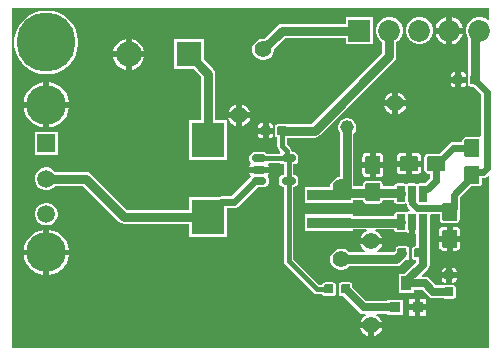
<source format=gbr>
%TF.GenerationSoftware,Altium Limited,Altium Designer,24.0.1 (36)*%
G04 Layer_Physical_Order=1*
G04 Layer_Color=255*
%FSLAX45Y45*%
%MOMM*%
%TF.SameCoordinates,8CF4B923-E39E-4099-A09F-CB558B098684*%
%TF.FilePolarity,Positive*%
%TF.FileFunction,Copper,L1,Top,Signal*%
%TF.Part,Single*%
G01*
G75*
%TA.AperFunction,SMDPad,CuDef*%
G04:AMPARAMS|DCode=10|XSize=0.762mm|YSize=0.762mm|CornerRadius=0.0381mm|HoleSize=0mm|Usage=FLASHONLY|Rotation=0.000|XOffset=0mm|YOffset=0mm|HoleType=Round|Shape=RoundedRectangle|*
%AMROUNDEDRECTD10*
21,1,0.76200,0.68580,0,0,0.0*
21,1,0.68580,0.76200,0,0,0.0*
1,1,0.07620,0.34290,-0.34290*
1,1,0.07620,-0.34290,-0.34290*
1,1,0.07620,-0.34290,0.34290*
1,1,0.07620,0.34290,0.34290*
%
%ADD10ROUNDEDRECTD10*%
G04:AMPARAMS|DCode=11|XSize=0.762mm|YSize=0.762mm|CornerRadius=0.0381mm|HoleSize=0mm|Usage=FLASHONLY|Rotation=90.000|XOffset=0mm|YOffset=0mm|HoleType=Round|Shape=RoundedRectangle|*
%AMROUNDEDRECTD11*
21,1,0.76200,0.68580,0,0,90.0*
21,1,0.68580,0.76200,0,0,90.0*
1,1,0.07620,0.34290,0.34290*
1,1,0.07620,0.34290,-0.34290*
1,1,0.07620,-0.34290,-0.34290*
1,1,0.07620,-0.34290,0.34290*
%
%ADD11ROUNDEDRECTD11*%
%ADD12R,0.91440X0.91440*%
%ADD13R,0.91440X1.27000*%
%ADD14R,3.70000X0.97000*%
G04:AMPARAMS|DCode=15|XSize=0.7mm|YSize=1.3mm|CornerRadius=0.0525mm|HoleSize=0mm|Usage=FLASHONLY|Rotation=180.000|XOffset=0mm|YOffset=0mm|HoleType=Round|Shape=RoundedRectangle|*
%AMROUNDEDRECTD15*
21,1,0.70000,1.19500,0,0,180.0*
21,1,0.59500,1.30000,0,0,180.0*
1,1,0.10500,-0.29750,0.59750*
1,1,0.10500,0.29750,0.59750*
1,1,0.10500,0.29750,-0.59750*
1,1,0.10500,-0.29750,-0.59750*
%
%ADD15ROUNDEDRECTD15*%
G04:AMPARAMS|DCode=16|XSize=1.524mm|YSize=1.27mm|CornerRadius=0.09525mm|HoleSize=0mm|Usage=FLASHONLY|Rotation=90.000|XOffset=0mm|YOffset=0mm|HoleType=Round|Shape=RoundedRectangle|*
%AMROUNDEDRECTD16*
21,1,1.52400,1.07950,0,0,90.0*
21,1,1.33350,1.27000,0,0,90.0*
1,1,0.19050,0.53975,0.66675*
1,1,0.19050,0.53975,-0.66675*
1,1,0.19050,-0.53975,-0.66675*
1,1,0.19050,-0.53975,0.66675*
%
%ADD16ROUNDEDRECTD16*%
G04:AMPARAMS|DCode=17|XSize=1.22mm|YSize=0.6mm|CornerRadius=0.15mm|HoleSize=0mm|Usage=FLASHONLY|Rotation=0.000|XOffset=0mm|YOffset=0mm|HoleType=Round|Shape=RoundedRectangle|*
%AMROUNDEDRECTD17*
21,1,1.22000,0.30000,0,0,0.0*
21,1,0.92000,0.60000,0,0,0.0*
1,1,0.30000,0.46000,-0.15000*
1,1,0.30000,-0.46000,-0.15000*
1,1,0.30000,-0.46000,0.15000*
1,1,0.30000,0.46000,0.15000*
%
%ADD17ROUNDEDRECTD17*%
%ADD18R,2.80000X3.00000*%
G04:AMPARAMS|DCode=19|XSize=1.524mm|YSize=1.27mm|CornerRadius=0.09525mm|HoleSize=0mm|Usage=FLASHONLY|Rotation=0.000|XOffset=0mm|YOffset=0mm|HoleType=Round|Shape=RoundedRectangle|*
%AMROUNDEDRECTD19*
21,1,1.52400,1.07950,0,0,0.0*
21,1,1.33350,1.27000,0,0,0.0*
1,1,0.19050,0.66675,-0.53975*
1,1,0.19050,-0.66675,-0.53975*
1,1,0.19050,-0.66675,0.53975*
1,1,0.19050,0.66675,0.53975*
%
%ADD19ROUNDEDRECTD19*%
%TA.AperFunction,Conductor*%
%ADD20C,0.75000*%
%ADD21C,0.40000*%
%ADD22C,0.70000*%
%ADD23C,0.60000*%
%ADD24C,0.50000*%
%TA.AperFunction,ComponentPad*%
%ADD25R,1.51500X1.51500*%
%ADD26C,1.51500*%
%ADD27C,3.36000*%
%ADD28C,1.85000*%
%ADD29R,1.85000X1.85000*%
%ADD30R,2.15000X2.15000*%
%ADD31C,2.15000*%
%ADD32C,5.00000*%
%TA.AperFunction,ViaPad*%
%ADD33C,1.40000*%
%ADD34C,1.15000*%
G36*
X4099374Y2842319D02*
X4087641Y2837459D01*
X4085077Y2840023D01*
X4059423Y2854833D01*
X4030811Y2862500D01*
X4001189D01*
X3972577Y2854833D01*
X3946924Y2840023D01*
X3925978Y2819077D01*
X3911167Y2793423D01*
X3903500Y2764811D01*
Y2735189D01*
X3911167Y2706577D01*
X3920410Y2690566D01*
X3918599Y2681460D01*
Y2335201D01*
X3918659Y2334898D01*
Y2300911D01*
X3920507Y2291621D01*
X3925770Y2283745D01*
X3933645Y2278482D01*
X3942935Y2276634D01*
X3963696D01*
X4029521Y2210809D01*
Y1859964D01*
X4016821Y1851708D01*
X4010906Y1852884D01*
X3902956D01*
X3891436Y1850593D01*
X3881670Y1844067D01*
X3875144Y1834301D01*
X3872853Y1822781D01*
Y1807086D01*
X3791831D01*
X3772322Y1803205D01*
X3755783Y1792154D01*
X3671708Y1708079D01*
X3580350D01*
X3568831Y1705787D01*
X3559064Y1699262D01*
X3552539Y1689495D01*
X3550247Y1677976D01*
Y1570026D01*
X3552539Y1558506D01*
X3559064Y1548739D01*
X3568831Y1542214D01*
X3580350Y1539922D01*
X3596046D01*
Y1499317D01*
X3552709Y1455980D01*
X3543826D01*
X3541387Y1455495D01*
X3509075D01*
X3499223Y1453536D01*
X3491326Y1448258D01*
X3483428Y1453536D01*
X3473575Y1455495D01*
X3414075D01*
X3404223Y1453536D01*
X3396325Y1448258D01*
X3388428Y1453536D01*
X3378575Y1455495D01*
X3319075D01*
X3309223Y1453536D01*
X3300871Y1447955D01*
X3295290Y1439603D01*
X3294370Y1434977D01*
X3197704D01*
Y1449376D01*
X3195412Y1460895D01*
X3188887Y1470662D01*
X3179120Y1477187D01*
X3167600Y1479479D01*
X3059650D01*
X3048131Y1477187D01*
X3038364Y1470662D01*
X3031839Y1460895D01*
X3029547Y1449376D01*
Y1430477D01*
X2949787D01*
Y1874985D01*
X2957615Y1882814D01*
X2967819Y1900486D01*
X2973100Y1920197D01*
Y1940603D01*
X2967819Y1960314D01*
X2957615Y1977986D01*
X2943186Y1992415D01*
X2925514Y2002619D01*
X2905803Y2007900D01*
X2885397D01*
X2865686Y2002619D01*
X2848014Y1992415D01*
X2833585Y1977986D01*
X2823381Y1960314D01*
X2818100Y1940603D01*
Y1920197D01*
X2823381Y1900486D01*
X2832534Y1884634D01*
Y1512288D01*
X2810061Y1506266D01*
X2789539Y1494418D01*
X2772782Y1477661D01*
X2760934Y1457139D01*
X2754800Y1434249D01*
Y1429501D01*
X2538660D01*
Y1292501D01*
X2948660D01*
Y1313224D01*
X3030104D01*
X3031839Y1304506D01*
X3038364Y1294739D01*
X3048131Y1288214D01*
X3059650Y1285922D01*
X3167600D01*
X3179120Y1288214D01*
X3188887Y1294739D01*
X3195412Y1304506D01*
X3197704Y1316026D01*
Y1317724D01*
X3293331D01*
Y1310251D01*
X3295290Y1300398D01*
X3300871Y1292046D01*
X3309223Y1286466D01*
X3319075Y1284506D01*
X3378575D01*
X3385741Y1285931D01*
X3388690Y1286281D01*
X3399581Y1278644D01*
X3401727Y1267858D01*
X3412778Y1251319D01*
X3431771Y1232326D01*
X3426911Y1220593D01*
X3414075D01*
X3402273Y1218245D01*
X3392267Y1211560D01*
X3391587Y1211424D01*
X3388428Y1213536D01*
X3378575Y1215495D01*
X3319075D01*
X3309223Y1213536D01*
X3300871Y1207955D01*
X3295290Y1199603D01*
X3293331Y1189750D01*
Y1183627D01*
X2948660D01*
Y1193501D01*
X2538660D01*
Y1056501D01*
X2948660D01*
Y1066374D01*
X3060267D01*
X3062131Y1053726D01*
X3040469Y1041219D01*
X3022781Y1023531D01*
X3010274Y1001868D01*
X3007148Y990200D01*
X3190452D01*
X3187326Y1001868D01*
X3174819Y1023531D01*
X3157131Y1041219D01*
X3135469Y1053726D01*
X3137333Y1066374D01*
X3294102D01*
X3295290Y1060398D01*
X3300871Y1052046D01*
X3309223Y1046466D01*
X3319075Y1044506D01*
X3378575D01*
X3388428Y1046466D01*
X3391587Y1048577D01*
X3392267Y1048441D01*
X3402273Y1041756D01*
X3414075Y1039408D01*
X3418826D01*
Y1130001D01*
X3468825D01*
Y1039408D01*
X3473575D01*
X3482748Y1031880D01*
Y922166D01*
X3470395D01*
X3461105Y920318D01*
X3453230Y915056D01*
X3447967Y907180D01*
X3446119Y897890D01*
Y829310D01*
X3447967Y820020D01*
X3453230Y812144D01*
X3461105Y806882D01*
X3470395Y805034D01*
X3482748D01*
Y790913D01*
X3384935Y693100D01*
X3332800D01*
Y526100D01*
X3464240D01*
Y553523D01*
X3532772D01*
X3586197Y500097D01*
X3604390Y487941D01*
X3625850Y483673D01*
X3714661D01*
X3715620Y483032D01*
X3724910Y481184D01*
X3793490D01*
X3802780Y483032D01*
X3810656Y488294D01*
X3815918Y496170D01*
X3817766Y505460D01*
Y574040D01*
X3815918Y583330D01*
X3810656Y591206D01*
X3802780Y596468D01*
X3793490Y598316D01*
X3724910D01*
X3715620Y596468D01*
X3714661Y595827D01*
X3649078D01*
X3595653Y649253D01*
X3577460Y661409D01*
X3556000Y665677D01*
X3532716D01*
X3527856Y677411D01*
X3578478Y728033D01*
X3590634Y746226D01*
X3594903Y767685D01*
Y1130001D01*
X3594320Y1132930D01*
Y1189750D01*
X3604983Y1201240D01*
X3679712D01*
Y1150926D01*
X3682004Y1139406D01*
X3688530Y1129639D01*
X3698296Y1123114D01*
X3709816Y1120822D01*
X3817766D01*
X3829286Y1123114D01*
X3839052Y1129639D01*
X3845578Y1139406D01*
X3847869Y1150926D01*
Y1249083D01*
X3848270Y1251101D01*
Y1334050D01*
X3944948Y1430728D01*
X4010906D01*
X4022426Y1433019D01*
X4032192Y1439545D01*
X4038718Y1449311D01*
X4041009Y1460831D01*
Y1498420D01*
X4045353D01*
X4064862Y1502301D01*
X4081401Y1513352D01*
X4087641Y1519592D01*
X4099374Y1514731D01*
Y750000D01*
Y58627D01*
X58627D01*
Y2941374D01*
X4099374D01*
Y2842319D01*
D02*
G37*
%LPC*%
G36*
X3787000Y2864946D02*
Y2775000D01*
X3876946D01*
X3871493Y2795353D01*
X3856024Y2822147D01*
X3834147Y2844024D01*
X3807353Y2859493D01*
X3787000Y2864946D01*
D02*
G37*
G36*
X3737000D02*
X3716647Y2859493D01*
X3689853Y2844024D01*
X3667977Y2822147D01*
X3652508Y2795353D01*
X3647054Y2775000D01*
X3737000D01*
Y2864946D01*
D02*
G37*
G36*
X3522811Y2862500D02*
X3493189D01*
X3464577Y2854833D01*
X3438924Y2840023D01*
X3417978Y2819077D01*
X3403167Y2793423D01*
X3395500Y2764811D01*
Y2735189D01*
X3403167Y2706577D01*
X3417978Y2680924D01*
X3438924Y2659978D01*
X3464577Y2645167D01*
X3493189Y2637500D01*
X3522811D01*
X3551423Y2645167D01*
X3577077Y2659978D01*
X3598023Y2680924D01*
X3612833Y2706577D01*
X3620500Y2735189D01*
Y2764811D01*
X3612833Y2793423D01*
X3598023Y2819077D01*
X3577077Y2840023D01*
X3551423Y2854833D01*
X3522811Y2862500D01*
D02*
G37*
G36*
X3112500D02*
X2887500D01*
Y2808627D01*
X2343600D01*
X2321165Y2804164D01*
X2302145Y2791455D01*
X2191490Y2680800D01*
X2172551D01*
X2149661Y2674666D01*
X2129139Y2662818D01*
X2112382Y2646061D01*
X2100534Y2625539D01*
X2094400Y2602649D01*
Y2578951D01*
X2100534Y2556061D01*
X2112382Y2535539D01*
X2129139Y2518782D01*
X2149661Y2506934D01*
X2172551Y2500800D01*
X2196249D01*
X2219139Y2506934D01*
X2239661Y2518782D01*
X2256418Y2535539D01*
X2268266Y2556061D01*
X2274400Y2578951D01*
Y2597890D01*
X2367884Y2691374D01*
X2887500D01*
Y2637500D01*
X3112500D01*
Y2862500D01*
D02*
G37*
G36*
X3876946Y2725000D02*
X3787000D01*
Y2635054D01*
X3807353Y2640508D01*
X3834147Y2655977D01*
X3856024Y2677853D01*
X3871493Y2704647D01*
X3876946Y2725000D01*
D02*
G37*
G36*
X3737000D02*
X3647054D01*
X3652508Y2704647D01*
X3667977Y2677853D01*
X3689853Y2655977D01*
X3716647Y2640508D01*
X3737000Y2635054D01*
Y2725000D01*
D02*
G37*
G36*
X1071000Y2680475D02*
Y2575000D01*
X1176475D01*
X1169470Y2601143D01*
X1152026Y2631357D01*
X1127357Y2656026D01*
X1097143Y2673470D01*
X1071000Y2680475D01*
D02*
G37*
G36*
X1021000D02*
X994857Y2673470D01*
X964643Y2656026D01*
X939974Y2631357D01*
X922530Y2601143D01*
X915525Y2575000D01*
X1021000D01*
Y2680475D01*
D02*
G37*
G36*
X1176475Y2525000D02*
X1071000D01*
Y2419525D01*
X1097143Y2426530D01*
X1127357Y2443974D01*
X1152026Y2468643D01*
X1169470Y2498857D01*
X1176475Y2525000D01*
D02*
G37*
G36*
X1021000D02*
X915525D01*
X922530Y2498857D01*
X939974Y2468643D01*
X964643Y2443974D01*
X994857Y2426530D01*
X1021000Y2419525D01*
Y2525000D01*
D02*
G37*
G36*
X371249Y2920000D02*
X328751D01*
X286775Y2913352D01*
X246356Y2900219D01*
X208489Y2880925D01*
X174107Y2855945D01*
X144056Y2825893D01*
X119075Y2791511D01*
X99781Y2753644D01*
X86648Y2713225D01*
X80000Y2671249D01*
Y2628751D01*
X86648Y2586775D01*
X99781Y2546356D01*
X119075Y2508489D01*
X144056Y2474107D01*
X174107Y2444056D01*
X208489Y2419075D01*
X246356Y2399781D01*
X286775Y2386648D01*
X328751Y2380000D01*
X371249D01*
X413225Y2386648D01*
X453644Y2399781D01*
X491511Y2419075D01*
X525893Y2444056D01*
X555945Y2474107D01*
X580925Y2508489D01*
X600219Y2546356D01*
X613352Y2586775D01*
X620000Y2628751D01*
Y2671249D01*
X613352Y2713225D01*
X600219Y2753644D01*
X580925Y2791511D01*
X555945Y2825893D01*
X525893Y2855945D01*
X491511Y2880925D01*
X453644Y2900219D01*
X413225Y2913352D01*
X371249Y2920000D01*
D02*
G37*
G36*
X3871815Y2398865D02*
X3862525D01*
Y2360201D01*
X3901190D01*
Y2369491D01*
X3898954Y2380732D01*
X3892586Y2390261D01*
X3883056Y2396629D01*
X3871815Y2398865D01*
D02*
G37*
G36*
X3812526D02*
X3803235D01*
X3791994Y2396629D01*
X3782465Y2390261D01*
X3776097Y2380732D01*
X3773861Y2369491D01*
Y2360201D01*
X3812526D01*
Y2398865D01*
D02*
G37*
G36*
X3901190Y2310201D02*
X3862525D01*
Y2271536D01*
X3871815D01*
X3883056Y2273772D01*
X3892586Y2280140D01*
X3898954Y2289670D01*
X3901190Y2300911D01*
Y2310201D01*
D02*
G37*
G36*
X3812526D02*
X3773861D01*
Y2300911D01*
X3776097Y2289670D01*
X3782465Y2280140D01*
X3791994Y2273772D01*
X3803235Y2271536D01*
X3812526D01*
Y2310201D01*
D02*
G37*
G36*
X3327000Y2225252D02*
Y2158600D01*
X3393652D01*
X3390526Y2170268D01*
X3378019Y2191931D01*
X3360331Y2209619D01*
X3338668Y2222126D01*
X3327000Y2225252D01*
D02*
G37*
G36*
X3277000D02*
X3265332Y2222126D01*
X3243669Y2209619D01*
X3225981Y2191931D01*
X3213474Y2170268D01*
X3210348Y2158600D01*
X3277000D01*
Y2225252D01*
D02*
G37*
G36*
X375000Y2313223D02*
Y2146415D01*
X541808D01*
X535583Y2177711D01*
X521035Y2212835D01*
X499913Y2244445D01*
X473030Y2271328D01*
X441420Y2292449D01*
X406296Y2306998D01*
X375000Y2313223D01*
D02*
G37*
G36*
X325000Y2313223D02*
X293704Y2306998D01*
X258580Y2292449D01*
X226970Y2271328D01*
X200087Y2244445D01*
X178966Y2212835D01*
X164417Y2177711D01*
X158192Y2146415D01*
X325000D01*
Y2313223D01*
D02*
G37*
G36*
X2006200Y2123652D02*
Y2057000D01*
X2072852D01*
X2069726Y2068668D01*
X2057219Y2090331D01*
X2039531Y2108019D01*
X2017868Y2120526D01*
X2006200Y2123652D01*
D02*
G37*
G36*
X1956200D02*
X1944532Y2120526D01*
X1922869Y2108019D01*
X1905181Y2090331D01*
X1892674Y2068668D01*
X1889548Y2057000D01*
X1956200D01*
Y2123652D01*
D02*
G37*
G36*
X3393652Y2108600D02*
X3327000D01*
Y2041948D01*
X3338668Y2045074D01*
X3360331Y2057581D01*
X3378019Y2075269D01*
X3390526Y2096932D01*
X3393652Y2108600D01*
D02*
G37*
G36*
X3277000D02*
X3210348D01*
X3213474Y2096932D01*
X3225981Y2075269D01*
X3243669Y2057581D01*
X3265332Y2045074D01*
X3277000Y2041948D01*
Y2108600D01*
D02*
G37*
G36*
X2072852Y2007000D02*
X2006200D01*
Y1940348D01*
X2017868Y1943474D01*
X2039531Y1955981D01*
X2057219Y1973669D01*
X2069726Y1995332D01*
X2072852Y2007000D01*
D02*
G37*
G36*
X1956200D02*
X1889548D01*
X1892674Y1995332D01*
X1905181Y1973669D01*
X1922869Y1955981D01*
X1944532Y1943474D01*
X1956200Y1940348D01*
Y2007000D01*
D02*
G37*
G36*
X325000Y2096415D02*
X158192D01*
X164417Y2065119D01*
X178966Y2029995D01*
X200087Y1998385D01*
X226970Y1971502D01*
X258580Y1950380D01*
X293704Y1935832D01*
X325000Y1929607D01*
Y2096415D01*
D02*
G37*
G36*
X541808D02*
X375000D01*
Y1929607D01*
X406296Y1935832D01*
X441420Y1950380D01*
X473030Y1971502D01*
X499913Y1998385D01*
X521035Y2029995D01*
X535583Y2065119D01*
X541808Y2096415D01*
D02*
G37*
G36*
X2239865Y1967065D02*
X2230575D01*
Y1928401D01*
X2269240D01*
Y1937691D01*
X2267004Y1948932D01*
X2260636Y1958461D01*
X2251106Y1964829D01*
X2239865Y1967065D01*
D02*
G37*
G36*
X2180576D02*
X2171285D01*
X2160044Y1964829D01*
X2150515Y1958461D01*
X2144147Y1948932D01*
X2141911Y1937691D01*
Y1928401D01*
X2180576D01*
Y1967065D01*
D02*
G37*
G36*
X2269240Y1878401D02*
X2230575D01*
Y1839736D01*
X2239865D01*
X2251106Y1841972D01*
X2260636Y1848340D01*
X2267004Y1857870D01*
X2269240Y1869111D01*
Y1878401D01*
D02*
G37*
G36*
X2180576D02*
X2141911D01*
Y1869111D01*
X2144147Y1857870D01*
X2150515Y1848340D01*
X2160044Y1841972D01*
X2171285Y1839736D01*
X2180576D01*
Y1878401D01*
D02*
G37*
G36*
X3268811Y2862500D02*
X3239189D01*
X3210577Y2854833D01*
X3184924Y2840023D01*
X3163978Y2819077D01*
X3149167Y2793423D01*
X3141500Y2764811D01*
Y2735189D01*
X3149167Y2706577D01*
X3163978Y2680924D01*
X3184924Y2659978D01*
X3195374Y2653944D01*
Y2560218D01*
X2597183Y1962027D01*
X2345275D01*
X2344973Y1961967D01*
X2310985D01*
X2301695Y1960119D01*
X2293820Y1954856D01*
X2288557Y1946981D01*
X2286709Y1937691D01*
Y1903703D01*
X2286649Y1903401D01*
X2286709Y1903098D01*
Y1869111D01*
X2288557Y1859821D01*
X2293820Y1851945D01*
X2301695Y1846682D01*
X2304492Y1846126D01*
Y1769526D01*
X2304492Y1769525D01*
X2307596Y1753917D01*
X2316437Y1740686D01*
X2331523Y1725600D01*
X2329913Y1709250D01*
X2329515Y1708984D01*
X2221336D01*
X2210582Y1716170D01*
X2196926Y1718886D01*
X2104926D01*
X2091269Y1716170D01*
X2079692Y1708434D01*
X2071956Y1696857D01*
X2069240Y1683201D01*
Y1653201D01*
X2071956Y1639544D01*
X2079692Y1627967D01*
X2075192Y1615699D01*
X2067247Y1603808D01*
X2066131Y1598201D01*
X2235720D01*
X2234605Y1603808D01*
X2227315Y1614717D01*
X2230000Y1623164D01*
X2232941Y1627417D01*
X2329515D01*
X2340269Y1620231D01*
X2353925Y1617515D01*
X2359142D01*
Y1528886D01*
X2353925D01*
X2340269Y1526170D01*
X2328692Y1518434D01*
X2320956Y1506857D01*
X2318240Y1493200D01*
Y1463201D01*
X2320956Y1449544D01*
X2328692Y1437967D01*
X2340269Y1430231D01*
X2353925Y1427515D01*
X2359142D01*
Y800476D01*
X2359142Y800475D01*
X2362246Y784867D01*
X2371087Y771636D01*
X2612761Y529962D01*
X2612762Y529962D01*
X2625993Y521121D01*
X2641600Y518016D01*
X2641601Y518016D01*
X2685925D01*
X2686482Y515220D01*
X2691744Y507344D01*
X2699620Y502082D01*
X2708910Y500234D01*
X2777490D01*
X2786780Y502082D01*
X2794656Y507344D01*
X2799918Y515220D01*
X2801766Y524510D01*
Y593090D01*
X2799918Y602380D01*
X2794656Y610256D01*
X2786780Y615518D01*
X2777490Y617366D01*
X2708910D01*
X2699620Y615518D01*
X2691744Y610256D01*
X2686482Y602380D01*
X2685925Y599584D01*
X2658493D01*
X2440709Y817368D01*
Y1427515D01*
X2445925D01*
X2459582Y1430231D01*
X2471159Y1437967D01*
X2478894Y1449544D01*
X2481611Y1463201D01*
Y1493200D01*
X2478894Y1506857D01*
X2471159Y1518434D01*
X2459582Y1526170D01*
X2445925Y1528886D01*
X2440709D01*
Y1617515D01*
X2445925D01*
X2459582Y1620231D01*
X2471159Y1627967D01*
X2478894Y1639544D01*
X2481611Y1653201D01*
Y1683201D01*
X2478894Y1696857D01*
X2471159Y1708434D01*
X2459582Y1716170D01*
X2445925Y1718886D01*
X2428384D01*
Y1727200D01*
X2425279Y1742807D01*
X2416438Y1756038D01*
X2416438Y1756039D01*
X2386059Y1786418D01*
Y1844774D01*
X2621466D01*
X2643902Y1849237D01*
X2662922Y1861945D01*
X3295455Y2494479D01*
X3308164Y2513499D01*
X3312627Y2535934D01*
Y2653944D01*
X3323077Y2659978D01*
X3344023Y2680924D01*
X3358833Y2706577D01*
X3366500Y2735189D01*
Y2764811D01*
X3358833Y2793423D01*
X3344023Y2819077D01*
X3323077Y2840023D01*
X3297423Y2854833D01*
X3268811Y2862500D01*
D02*
G37*
G36*
X445750Y1892165D02*
X254250D01*
Y1700665D01*
X445750D01*
Y1892165D01*
D02*
G37*
G36*
X1681500Y2677500D02*
X1426500D01*
Y2422500D01*
X1598589D01*
X1661374Y2359716D01*
Y1995000D01*
X1560000D01*
Y1655000D01*
X1880000D01*
Y1995000D01*
X1778627D01*
Y2384000D01*
X1774164Y2406435D01*
X1761455Y2425455D01*
X1681500Y2505411D01*
Y2677500D01*
D02*
G37*
G36*
X3485100Y1713177D02*
X3443425D01*
Y1649001D01*
X3520302D01*
Y1677976D01*
X3517622Y1691446D01*
X3509992Y1702867D01*
X3498571Y1710497D01*
X3485100Y1713177D01*
D02*
G37*
G36*
X3393426D02*
X3351750D01*
X3338280Y1710497D01*
X3326859Y1702867D01*
X3319229Y1691446D01*
X3316549Y1677976D01*
Y1649001D01*
X3393426D01*
Y1713177D01*
D02*
G37*
G36*
X3167600D02*
X3138625D01*
Y1636301D01*
X3202802D01*
Y1677976D01*
X3200122Y1691446D01*
X3192492Y1702867D01*
X3181071Y1710497D01*
X3167600Y1713177D01*
D02*
G37*
G36*
X3088626D02*
X3059650D01*
X3046180Y1710497D01*
X3034759Y1702867D01*
X3027129Y1691446D01*
X3024449Y1677976D01*
Y1636301D01*
X3088626D01*
Y1713177D01*
D02*
G37*
G36*
X3520302Y1599001D02*
X3443425D01*
Y1534824D01*
X3485100D01*
X3498571Y1537504D01*
X3509992Y1545134D01*
X3517622Y1556555D01*
X3520302Y1570026D01*
Y1599001D01*
D02*
G37*
G36*
X3393426D02*
X3316549D01*
Y1570026D01*
X3319229Y1556555D01*
X3326859Y1545134D01*
X3338280Y1537504D01*
X3351750Y1534824D01*
X3393426D01*
Y1599001D01*
D02*
G37*
G36*
X3202802Y1586301D02*
X3138625D01*
Y1509424D01*
X3167600D01*
X3181071Y1512104D01*
X3192492Y1519734D01*
X3200122Y1531155D01*
X3202802Y1544626D01*
Y1586301D01*
D02*
G37*
G36*
X3088626D02*
X3024449D01*
Y1544626D01*
X3027129Y1531155D01*
X3034759Y1519734D01*
X3046180Y1512104D01*
X3059650Y1509424D01*
X3088626D01*
Y1586301D01*
D02*
G37*
G36*
X362606Y1292165D02*
X337394D01*
X313042Y1285639D01*
X291208Y1273034D01*
X273381Y1255207D01*
X260775Y1233373D01*
X254250Y1209020D01*
Y1183809D01*
X260775Y1159457D01*
X273381Y1137623D01*
X291208Y1119796D01*
X313042Y1107190D01*
X337394Y1100665D01*
X362606D01*
X386958Y1107190D01*
X408792Y1119796D01*
X426619Y1137623D01*
X439225Y1159457D01*
X445750Y1183809D01*
Y1209020D01*
X439225Y1233373D01*
X426619Y1255207D01*
X408792Y1273034D01*
X386958Y1285639D01*
X362606Y1292165D01*
D02*
G37*
G36*
X3817766Y1090877D02*
X3788791D01*
Y1014001D01*
X3852967D01*
Y1055676D01*
X3850288Y1069146D01*
X3842657Y1080567D01*
X3831237Y1088197D01*
X3817766Y1090877D01*
D02*
G37*
G36*
X3738791D02*
X3709816D01*
X3696345Y1088197D01*
X3684925Y1080567D01*
X3677294Y1069146D01*
X3674614Y1055676D01*
Y1014001D01*
X3738791D01*
Y1090877D01*
D02*
G37*
G36*
X362606Y1592165D02*
X337394D01*
X313042Y1585639D01*
X291208Y1573034D01*
X273381Y1555207D01*
X260775Y1533373D01*
X254250Y1509021D01*
Y1483809D01*
X260775Y1459457D01*
X273381Y1437623D01*
X291208Y1419796D01*
X313042Y1407190D01*
X337394Y1400665D01*
X362606D01*
X386958Y1407190D01*
X408792Y1419796D01*
X426619Y1437623D01*
X426715Y1437788D01*
X663701D01*
X967945Y1133545D01*
X986965Y1120836D01*
X1009400Y1116373D01*
X1560000D01*
Y1005000D01*
X1880000D01*
Y1244020D01*
X1936725D01*
X1956234Y1247901D01*
X1972773Y1258952D01*
X2141042Y1427221D01*
X2150926D01*
X2152403Y1427515D01*
X2196926D01*
X2210582Y1430231D01*
X2222159Y1437967D01*
X2229895Y1449544D01*
X2232611Y1463201D01*
Y1493200D01*
X2229895Y1506857D01*
X2222159Y1518434D01*
X2226659Y1530702D01*
X2234605Y1542593D01*
X2235720Y1548201D01*
X2066131D01*
X2067247Y1542593D01*
X2075192Y1530702D01*
X2079692Y1518434D01*
X2071956Y1506857D01*
X2070832Y1501203D01*
X1915609Y1345980D01*
X1830000D01*
X1825075Y1345000D01*
X1560000D01*
Y1233626D01*
X1033684D01*
X729440Y1537870D01*
X710420Y1550579D01*
X687985Y1555041D01*
X426715D01*
X426619Y1555207D01*
X408792Y1573034D01*
X386958Y1585639D01*
X362606Y1592165D01*
D02*
G37*
G36*
X375000Y1063223D02*
Y896415D01*
X541808D01*
X535583Y927711D01*
X521035Y962834D01*
X499913Y994445D01*
X473030Y1021328D01*
X441420Y1042449D01*
X406296Y1056998D01*
X375000Y1063223D01*
D02*
G37*
G36*
X325000D02*
X293704Y1056998D01*
X258580Y1042449D01*
X226970Y1021328D01*
X200087Y994445D01*
X178966Y962834D01*
X164417Y927711D01*
X158192Y896415D01*
X325000D01*
Y1063223D01*
D02*
G37*
G36*
X3852967Y964001D02*
X3788791D01*
Y887124D01*
X3817766D01*
X3831237Y889804D01*
X3842657Y897434D01*
X3850288Y908855D01*
X3852967Y922326D01*
Y964001D01*
D02*
G37*
G36*
X3738791D02*
X3674614D01*
Y922326D01*
X3677294Y908855D01*
X3684925Y897434D01*
X3696345Y889804D01*
X3709816Y887124D01*
X3738791D01*
Y964001D01*
D02*
G37*
G36*
X3190452Y940200D02*
X3007148D01*
X3010274Y928532D01*
X3022781Y906869D01*
X3040469Y889181D01*
X3049224Y884127D01*
X3045821Y871427D01*
X2913452D01*
X2900061Y884818D01*
X2879539Y896666D01*
X2856649Y902800D01*
X2832951D01*
X2810061Y896666D01*
X2789539Y884818D01*
X2772782Y868061D01*
X2760934Y847539D01*
X2754800Y824649D01*
Y800951D01*
X2760934Y778061D01*
X2772782Y757539D01*
X2789539Y740782D01*
X2810061Y728934D01*
X2832951Y722800D01*
X2856649D01*
X2879539Y728934D01*
X2900061Y740782D01*
X2913452Y754173D01*
X3314185D01*
X3336621Y758636D01*
X3355640Y771345D01*
X3389330Y805034D01*
X3399275D01*
X3408565Y806882D01*
X3416441Y812144D01*
X3421704Y820020D01*
X3423552Y829310D01*
Y863297D01*
X3423612Y863600D01*
X3423552Y863903D01*
Y897890D01*
X3421704Y907180D01*
X3416441Y915056D01*
X3408565Y920318D01*
X3399275Y922166D01*
X3365288D01*
X3364985Y922227D01*
X3364683Y922166D01*
X3330695D01*
X3321405Y920318D01*
X3313530Y915056D01*
X3308267Y907180D01*
X3306419Y897890D01*
Y887944D01*
X3289902Y871427D01*
X3151779D01*
X3148376Y884127D01*
X3157131Y889181D01*
X3174819Y906869D01*
X3187326Y928532D01*
X3190452Y940200D01*
D02*
G37*
G36*
X3793490Y743114D02*
X3784200D01*
Y704450D01*
X3822864D01*
Y713740D01*
X3820628Y724981D01*
X3814261Y734511D01*
X3804731Y740878D01*
X3793490Y743114D01*
D02*
G37*
G36*
X3734200D02*
X3724910D01*
X3713669Y740878D01*
X3704139Y734511D01*
X3697772Y724981D01*
X3695536Y713740D01*
Y704450D01*
X3734200D01*
Y743114D01*
D02*
G37*
G36*
X541808Y846415D02*
X375000D01*
Y679607D01*
X406296Y685832D01*
X441420Y700380D01*
X473030Y721502D01*
X499913Y748385D01*
X521035Y779995D01*
X535583Y815119D01*
X541808Y846415D01*
D02*
G37*
G36*
X325000D02*
X158192D01*
X164417Y815119D01*
X178966Y779995D01*
X200087Y748385D01*
X226970Y721502D01*
X258580Y700380D01*
X293704Y685832D01*
X325000Y679607D01*
Y846415D01*
D02*
G37*
G36*
X3822864Y654450D02*
X3784200D01*
Y615786D01*
X3793490D01*
X3804731Y618022D01*
X3814261Y624389D01*
X3820628Y633919D01*
X3822864Y645160D01*
Y654450D01*
D02*
G37*
G36*
X3734200D02*
X3695536D01*
Y645160D01*
X3697772Y633919D01*
X3704139Y624389D01*
X3713669Y618022D01*
X3724910Y615786D01*
X3734200D01*
Y654450D01*
D02*
G37*
G36*
X3563220Y477120D02*
X3517500D01*
Y431400D01*
X3563220D01*
Y477120D01*
D02*
G37*
G36*
X3467500D02*
X3421780D01*
Y431400D01*
X3467500D01*
Y477120D01*
D02*
G37*
G36*
X2917190Y617366D02*
X2848610D01*
X2839320Y615518D01*
X2831444Y610256D01*
X2826182Y602380D01*
X2824334Y593090D01*
Y524510D01*
X2826182Y515220D01*
X2831444Y507344D01*
X2839320Y502082D01*
X2848610Y500234D01*
X2862161D01*
X2995647Y366747D01*
X3013840Y354591D01*
X3035300Y350323D01*
X3050236D01*
X3053639Y337623D01*
X3040469Y330019D01*
X3022781Y312331D01*
X3010274Y290668D01*
X3007148Y279000D01*
X3190452D01*
X3187326Y290668D01*
X3174819Y312331D01*
X3157131Y330019D01*
X3143961Y337623D01*
X3147364Y350323D01*
X3236280D01*
Y340680D01*
X3367720D01*
Y472120D01*
X3236280D01*
Y462477D01*
X3058528D01*
X2941466Y579539D01*
Y593090D01*
X2939618Y602380D01*
X2934356Y610256D01*
X2926480Y615518D01*
X2917190Y617366D01*
D02*
G37*
G36*
X3563220Y381400D02*
X3517500D01*
Y335680D01*
X3563220D01*
Y381400D01*
D02*
G37*
G36*
X3467500D02*
X3421780D01*
Y335680D01*
X3467500D01*
Y381400D01*
D02*
G37*
G36*
X3190452Y229000D02*
X3123800D01*
Y162348D01*
X3135468Y165474D01*
X3157131Y177981D01*
X3174819Y195669D01*
X3187326Y217332D01*
X3190452Y229000D01*
D02*
G37*
G36*
X3073800D02*
X3007148D01*
X3010274Y217332D01*
X3022781Y195669D01*
X3040469Y177981D01*
X3062132Y165474D01*
X3073800Y162348D01*
Y229000D01*
D02*
G37*
%LPD*%
D10*
X2743200Y558800D02*
D03*
X2882900D02*
D03*
X3364985Y863600D02*
D03*
X3504685D02*
D03*
X3837525Y2335201D02*
D03*
X3977225D02*
D03*
X2205575Y1903401D02*
D03*
X2345275D02*
D03*
D11*
X3759200Y679450D02*
D03*
Y539750D02*
D03*
D12*
X3302000Y406400D02*
D03*
X3492500D02*
D03*
D13*
X3398520Y609600D02*
D03*
D14*
X2743660Y1361001D02*
D03*
Y1125001D02*
D03*
D15*
X3348825Y1370001D02*
D03*
X3538825D02*
D03*
Y1130001D02*
D03*
X3443825D02*
D03*
X3348825D02*
D03*
X3443825Y1370001D02*
D03*
D16*
X3113625Y1611301D02*
D03*
Y1382701D02*
D03*
X3763791Y989001D02*
D03*
Y1217601D02*
D03*
X3956931Y1527506D02*
D03*
Y1756106D02*
D03*
D17*
X2399925Y1668201D02*
D03*
Y1478200D02*
D03*
X2150926D02*
D03*
Y1573201D02*
D03*
Y1668201D02*
D03*
D18*
X1720000Y1175000D02*
D03*
Y1825000D02*
D03*
D19*
X3418425Y1624001D02*
D03*
X3647025D02*
D03*
D20*
X3314185Y812800D02*
X3364985Y863600D01*
X2844800Y812800D02*
X3314185D01*
X2891160Y1371851D02*
X3102776D01*
X2891160Y1422400D02*
Y1925960D01*
X2844800Y1422400D02*
X2891160D01*
Y1925960D02*
X2895600Y1930400D01*
X2184400Y2590800D02*
X2343600Y2750000D01*
X3000000D01*
X2345275Y1903401D02*
X2621466D01*
X1009400Y1175000D02*
X1720000D01*
X350000Y1496415D02*
X687985D01*
X1009400Y1175000D01*
X2743660Y1125001D02*
X3346326D01*
X3348825Y1127500D01*
Y1130001D01*
X3107275Y1376351D02*
X3346326D01*
X3348825Y1373851D01*
Y1370001D02*
Y1373851D01*
X3102776Y1371851D02*
X3107275Y1376351D01*
X4016000Y2720234D02*
Y2750000D01*
X3977225Y2335201D02*
Y2681460D01*
X4016000Y2720234D01*
X3254000Y2535934D02*
Y2750000D01*
X2621466Y1903401D02*
X3254000Y2535934D01*
X1554000Y2550000D02*
X1720000Y2384000D01*
Y1825000D02*
Y2384000D01*
D21*
X2641600Y558800D02*
X2743200D01*
X2399925Y800475D02*
X2641600Y558800D01*
X2399925Y800475D02*
Y1478200D01*
X2150926Y1668201D02*
X2397600D01*
X2345275Y1769525D02*
Y1903401D01*
Y1769525D02*
X2387600Y1727200D01*
X2397600Y1668201D02*
X2399925D01*
X2387600Y1678201D02*
X2397600Y1668201D01*
X2387600Y1678201D02*
Y1727200D01*
X2399925Y1478200D02*
Y1668201D01*
D22*
X3035300Y406400D02*
X3302000D01*
X2882900Y558800D02*
X3035300Y406400D01*
X3398520Y609600D02*
X3556000D01*
X3625850Y539750D02*
X3759200D01*
X3556000Y609600D02*
X3625850Y539750D01*
X3398520Y609600D02*
Y627380D01*
X3538825Y767685D02*
Y1130001D01*
X3398520Y627380D02*
X3538825Y767685D01*
D23*
X3448826Y1287367D02*
X3483973Y1252220D01*
X3730291D01*
X3448826Y1287367D02*
Y1365000D01*
X4080500Y1584547D02*
Y2231926D01*
X3977225Y2335201D02*
X4080500Y2231926D01*
X3978825Y1549400D02*
X4045353D01*
X4080500Y1584547D01*
X3956931Y1527506D02*
X3978825Y1549400D01*
X3659725Y1624001D02*
X3791831Y1756106D01*
X3956931D01*
X3647025Y1624001D02*
X3659725D01*
X3797291Y1251101D02*
Y1355166D01*
X3956931Y1514806D02*
Y1527506D01*
X3797291Y1355166D02*
X3956931Y1514806D01*
X3763791Y1217601D02*
X3797291Y1251101D01*
X3763791Y1217601D02*
Y1218720D01*
X3730291Y1252220D02*
X3763791Y1218720D01*
X3443825Y1370001D02*
X3448826Y1365000D01*
X3538825Y1370001D02*
Y1400001D01*
X3647025Y1478201D02*
Y1624001D01*
X3573825Y1405001D02*
X3647025Y1478201D01*
X3543826Y1405001D02*
X3573825D01*
X3538825Y1400001D02*
X3543826Y1405001D01*
X1830000Y1295000D02*
X1936725D01*
X2119925Y1478200D02*
X2150926D01*
X1936725Y1295000D02*
X2119925Y1478200D01*
X1720000Y1185000D02*
X1830000Y1295000D01*
X1720000Y1175000D02*
Y1185000D01*
D24*
X1554000Y2550000D02*
X1604000Y2600000D01*
D25*
X350000Y1796415D02*
D03*
D26*
Y1496415D02*
D03*
Y1196415D02*
D03*
D27*
Y2121415D02*
D03*
Y871415D02*
D03*
D28*
X4016000Y2750000D02*
D03*
X3254000D02*
D03*
X3508000D02*
D03*
X3762000D02*
D03*
D29*
X3000000D02*
D03*
D30*
X1554000Y2550000D02*
D03*
D31*
X1046000D02*
D03*
D32*
X350000Y2650000D02*
D03*
D33*
X3098800Y254000D02*
D03*
X2844800Y812800D02*
D03*
Y1422400D02*
D03*
X2184400Y2590800D02*
D03*
X1981200Y2032000D02*
D03*
X3098800Y965200D02*
D03*
X3302000Y2133600D02*
D03*
D34*
X2895600Y1930400D02*
D03*
%TF.MD5,348a68371462e3f88d24a2da3c121b7f*%
M02*

</source>
